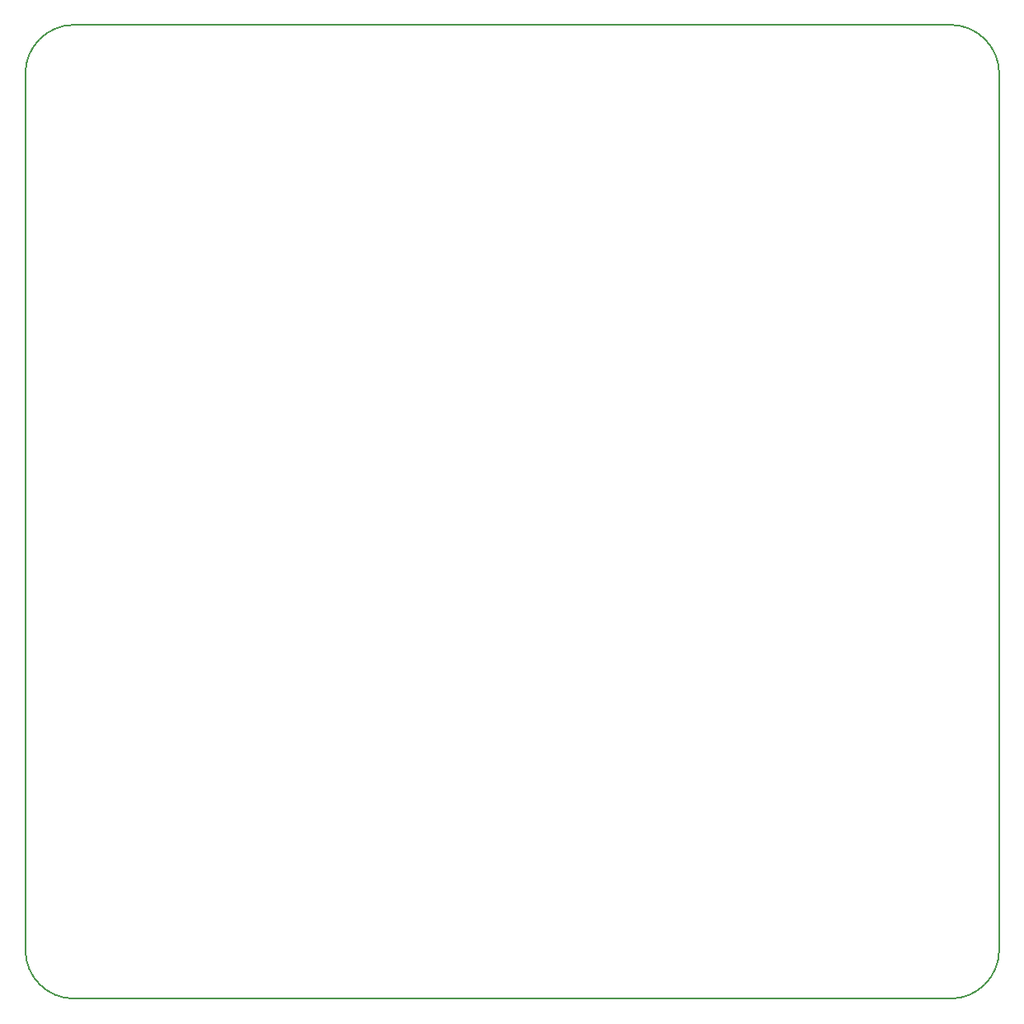
<source format=gbr>
%TF.GenerationSoftware,KiCad,Pcbnew,7.0.8*%
%TF.CreationDate,2023-11-01T12:09:58-04:00*%
%TF.ProjectId,ESP32_CNC,45535033-325f-4434-9e43-2e6b69636164,rev?*%
%TF.SameCoordinates,Original*%
%TF.FileFunction,Profile,NP*%
%FSLAX46Y46*%
G04 Gerber Fmt 4.6, Leading zero omitted, Abs format (unit mm)*
G04 Created by KiCad (PCBNEW 7.0.8) date 2023-11-01 12:09:58*
%MOMM*%
%LPD*%
G01*
G04 APERTURE LIST*
%TA.AperFunction,Profile*%
%ADD10C,0.200000*%
%TD*%
G04 APERTURE END LIST*
D10*
X181200000Y-46000000D02*
X91200000Y-46000000D01*
X186200000Y-51000000D02*
G75*
G03*
X181200000Y-46000000I-5000000J0D01*
G01*
X86200000Y-141000000D02*
G75*
G03*
X91200000Y-146000000I5000000J0D01*
G01*
X91200000Y-46000000D02*
G75*
G03*
X86200000Y-51000000I0J-5000000D01*
G01*
X181200000Y-146000000D02*
G75*
G03*
X186200000Y-141000000I0J5000000D01*
G01*
X91200000Y-146000000D02*
X181200000Y-146000000D01*
X86200000Y-51000000D02*
X86200000Y-141000000D01*
X186200000Y-141000000D02*
X186200000Y-51000000D01*
M02*

</source>
